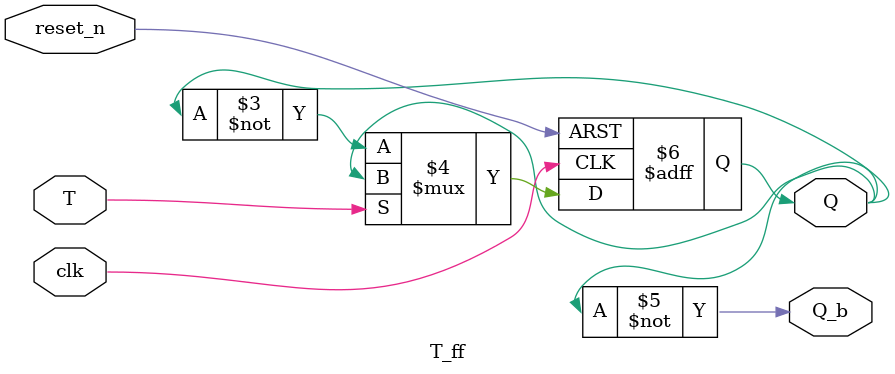
<source format=sv>
module T_ff(
  input logic 	clk,
                reset_n,	//asynchronous reset
                T,
  output logic 	Q,
  				Q_b
);
  
  always_ff @(posedge clk, negedge reset_n)
    if(!reset_n)
      Q <= 0;
    else
      Q <= T? Q : ~Q;
      
  assign Q_b = ~Q;
  
endmodule: T_ff
</source>
